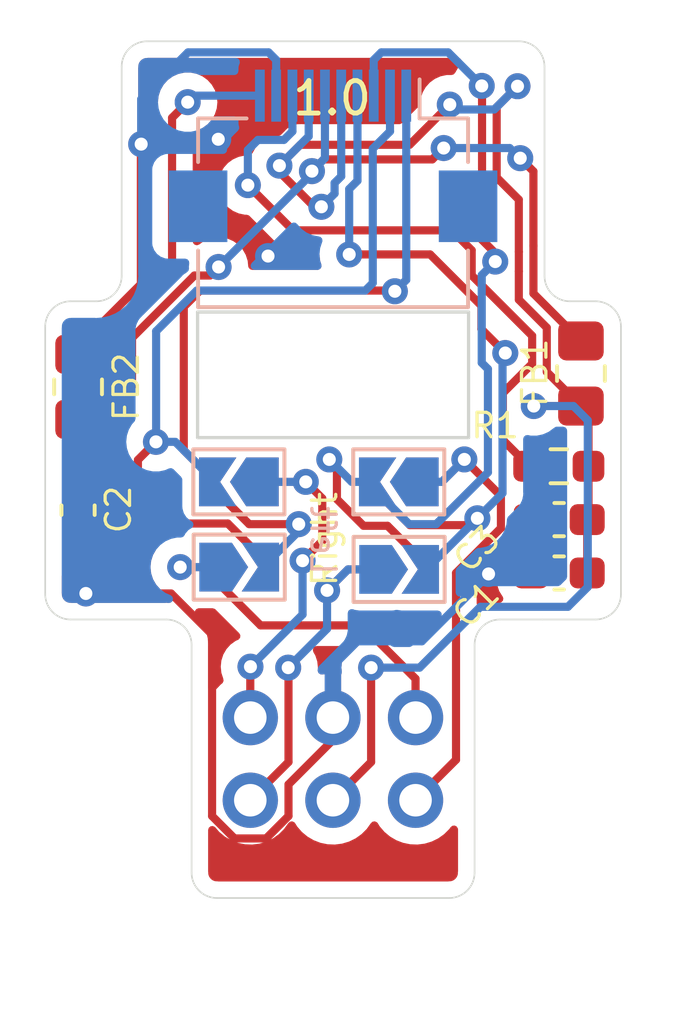
<source format=kicad_pcb>
(kicad_pcb (version 20211014) (generator pcbnew)
  (layers (0 "F.Cu" signal) (31 "B.Cu" signal) (34 "B.Paste" user) (35 "F.Paste" user) (36 "B.SilkS" user "B.Silkscreen") (37 "F.SilkS" user "F.Silkscreen") (38 "B.Mask" user) (39 "F.Mask" user) (44 "Edge.Cuts" user))
  (property "Revision" "1.0")
  (net 0 "")
  (net 1 "/L_DAT")
  (net 2 "/L_CS")
  (net 3 "/L_EIN")
  (net 4 "VDDA")
  (net 5 "+3V3")
  (net 6 "/L_EXTMODE")
  (net 7 "GND")
  (net 8 "GNDA")
  (net 9 "/L_CLK")
  (net 10 "Net-(J8-Pad1)")
  (net 11 "Net-(J8-Pad3)")
  (net 12 "Net-(J8-Pad4)")
  (net 13 "Net-(J8-Pad6)")
  (footprint "Jumper:SolderJumper-2_P1.3mm_Open_TrianglePad1.0x1.5mm" (layer "F.Cu") (at 92.88394 49.04 180)
    (fp_text reference "JP3" hide)
    (fp_text value "Jumper_2_Open" hide)
    (fp_line (start 1.4 1) (end -1.4 1) (layer "F.SilkS") (width 0.12))
    (fp_line (start 1.4 -1) (end 1.4 1) (layer "F.SilkS") (width 0.12))
    (fp_line (start -1.4 1) (end -1.4 -1) (layer "F.SilkS") (width 0.12))
    (fp_line (start -1.4 -1) (end 1.4 -1) (layer "F.SilkS") (width 0.12))
    (pad "1" smd custom locked (at -0.725 0 180) (size 0.3 0.3) (layers "F.Cu" "F.Mask") (net 11 "Net-(J8-Pad3)") (options (clearance outline) (anchor rect)) (primitives (gr_poly (pts (xy 1 0) (xy 0.5 0.75) (xy -0.5 0.75) (xy -0.5 -0.75) (xy 0.5 -0.75)) (width 0) (fill yes))))
    (pad "2" smd custom locked (at 0.725 0 180) (size 0.3 0.3) (layers "F.Cu" "F.Mask") (net 9 "/L_CLK") (options (clearance outline) (anchor rect)) (primitives (gr_poly (pts (xy 0.5 0.75) (xy -0.65 0.75) (xy -0.15 0) (xy -0.65 -0.75) (xy 0.5 -0.75)) (width 0) (fill yes))))
  )
  (footprint "Resistor_SMD:R_0603_1608Metric_Pad0.98x0.95mm_HandSolder" (layer "F.Cu") (at 102.72 48.56 180)
    (fp_text reference "R1" (at 1.96 1.25) (layer "F.SilkS") (effects (font (size 0.75 0.75) (thickness 0.1))))
    (fp_text value "10kΩ" hide)
    (fp_line (start -0.254724 -0.5225) (end 0.254724 -0.5225) (layer "F.SilkS") (width 0.12))
    (fp_line (start -0.254724 0.5225) (end 0.254724 0.5225) (layer "F.SilkS") (width 0.12))
    (pad "1" smd roundrect locked (at -0.9125 0 180) (size 0.975 0.95) (layers "F.Cu" "F.Paste" "F.Mask") (net 5 "+3V3"))
    (pad "2" smd roundrect locked (at 0.9125 0 180) (size 0.975 0.95) (layers "F.Cu" "F.Paste" "F.Mask") (net 6 "/L_EXTMODE"))
  )
  (footprint "Capacitor_SMD:C_0603_1608Metric_Pad1.08x0.95mm_HandSolder" (layer "F.Cu") (at 102.73 51.84 180)
    (fp_text reference "C1" (at 2.56 -0.97 45) (layer "F.SilkS") (effects (font (size 0.75 0.75) (thickness 0.1))))
    (fp_text value "560pF/680pF" hide)
    (fp_line (start -0.146267 0.51) (end 0.146267 0.51) (layer "F.SilkS") (width 0.12))
    (fp_line (start -0.146267 -0.51) (end 0.146267 -0.51) (layer "F.SilkS") (width 0.12))
    (pad "1" smd roundrect locked (at -0.8625 0 180) (size 1.075 0.95) (layers "F.Cu" "F.Paste" "F.Mask") (net 5 "+3V3"))
    (pad "2" smd roundrect locked (at 0.8625 0 180) (size 1.075 0.95) (layers "F.Cu" "F.Paste" "F.Mask") (net 7 "GND"))
  )
  (footprint "Capacitor_SMD:C_0603_1608Metric_Pad1.08x0.95mm_HandSolder" (layer "F.Cu") (at 87.94 49.91 90)
    (fp_text reference "C2" (at 0.02 1.24 90) (layer "F.SilkS") (effects (font (size 0.75 0.75) (thickness 0.1))))
    (fp_text value "1uF" hide)
    (fp_line (start -0.146267 0.51) (end 0.146267 0.51) (layer "F.SilkS") (width 0.12))
    (fp_line (start -0.146267 -0.51) (end 0.146267 -0.51) (layer "F.SilkS") (width 0.12))
    (pad "1" smd roundrect locked (at -0.8625 0 90) (size 1.075 0.95) (layers "F.Cu" "F.Paste" "F.Mask") (net 4 "VDDA"))
    (pad "2" smd roundrect locked (at 0.8625 0 90) (size 1.075 0.95) (layers "F.Cu" "F.Paste" "F.Mask") (net 8 "GNDA"))
  )
  (footprint "Connector_PinHeader_2.54mm:PinHeader_2x03_P2.54mm_Vertical" (layer "F.Cu") (at 98.315 56.285 -90)
    (fp_text reference "J8" hide)
    (fp_text value "Conn_01x06" hide)
    (pad "1" thru_hole circle (at 0 0 270) (size 1.7 1.7) (drill 1) (layers *.Cu *.Mask) (net 10 "Net-(J8-Pad1)"))
    (pad "2" thru_hole oval (at 0 2.54 270) (size 1.7 1.7) (drill 1) (layers *.Cu *.Mask) (net 7 "GND"))
    (pad "3" thru_hole oval (at 0 5.08 270) (size 1.7 1.7) (drill 1) (layers *.Cu *.Mask) (net 11 "Net-(J8-Pad3)"))
    (pad "4" thru_hole oval (at 2.54 0 270) (size 1.7 1.7) (drill 1) (layers *.Cu *.Mask) (net 12 "Net-(J8-Pad4)"))
    (pad "5" thru_hole oval (at 2.54 2.54 270) (size 1.7 1.7) (drill 1) (layers *.Cu *.Mask) (net 5 "+3V3"))
    (pad "6" thru_hole oval (at 2.54 5.08 270) (size 1.7 1.7) (drill 1) (layers *.Cu *.Mask) (net 13 "Net-(J8-Pad6)"))
  )
  (footprint "Capacitor_SMD:C_0603_1608Metric_Pad1.08x0.95mm_HandSolder" (layer "F.Cu") (at 102.73 50.2 180)
    (fp_text reference "C3" (at 2.53 -0.91 45) (layer "F.SilkS") (effects (font (size 0.75 0.75) (thickness 0.1))))
    (fp_text value "1uF" hide)
    (fp_line (start -0.146267 0.51) (end 0.146267 0.51) (layer "F.SilkS") (width 0.12))
    (fp_line (start -0.146267 -0.51) (end 0.146267 -0.51) (layer "F.SilkS") (width 0.12))
    (pad "1" smd roundrect locked (at -0.8625 0 180) (size 1.075 0.95) (layers "F.Cu" "F.Paste" "F.Mask") (net 5 "+3V3"))
    (pad "2" smd roundrect locked (at 0.8625 0 180) (size 1.075 0.95) (layers "F.Cu" "F.Paste" "F.Mask") (net 7 "GND"))
  )
  (footprint "Jumper:SolderJumper-2_P1.3mm_Open_TrianglePad1.0x1.5mm" (layer "F.Cu") (at 92.89394 51.66)
    (fp_text reference "JP4" hide)
    (fp_text value "Jumper_2_Open" hide)
    (fp_line (start -1.4 -1) (end 1.4 -1) (layer "F.SilkS") (width 0.12))
    (fp_line (start 1.4 -1) (end 1.4 1) (layer "F.SilkS") (width 0.12))
    (fp_line (start 1.4 1) (end -1.4 1) (layer "F.SilkS") (width 0.12))
    (fp_line (start -1.4 1) (end -1.4 -1) (layer "F.SilkS") (width 0.12))
    (pad "1" smd custom locked (at -0.725 0) (size 0.3 0.3) (layers "F.Cu" "F.Mask") (net 10 "Net-(J8-Pad1)") (options (clearance outline) (anchor rect)) (primitives (gr_poly (pts (xy 1 0) (xy 0.5 0.75) (xy -0.5 0.75) (xy -0.5 -0.75) (xy 0.5 -0.75)) (width 0) (fill yes))))
    (pad "2" smd custom locked (at 0.725 0) (size 0.3 0.3) (layers "F.Cu" "F.Mask") (net 1 "/L_DAT") (options (clearance outline) (anchor rect)) (primitives (gr_poly (pts (xy 0.5 0.75) (xy -0.65 0.75) (xy -0.15 0) (xy -0.65 -0.75) (xy 0.5 -0.75)) (width 0) (fill yes))))
  )
  (footprint "Jumper:SolderJumper-2_P1.3mm_Open_TrianglePad1.0x1.5mm" (layer "F.Cu") (at 97.8 49.04 180)
    (fp_text reference "JP2" hide)
    (fp_text value "Jumper_2_Open" hide)
    (fp_line (start 1.4 -1) (end 1.4 1) (layer "F.SilkS") (width 0.12))
    (fp_line (start -1.4 -1) (end 1.4 -1) (layer "F.SilkS") (width 0.12))
    (fp_line (start 1.4 1) (end -1.4 1) (layer "F.SilkS") (width 0.12))
    (fp_line (start -1.4 1) (end -1.4 -1) (layer "F.SilkS") (width 0.12))
    (pad "1" smd custom locked (at -0.725 0 180) (size 0.3 0.3) (layers "F.Cu" "F.Mask") (net 12 "Net-(J8-Pad4)") (options (clearance outline) (anchor rect)) (primitives (gr_poly (pts (xy 1 0) (xy 0.5 0.75) (xy -0.5 0.75) (xy -0.5 -0.75) (xy 0.5 -0.75)) (width 0) (fill yes))))
    (pad "2" smd custom locked (at 0.725 0 180) (size 0.3 0.3) (layers "F.Cu" "F.Mask") (net 3 "/L_EIN") (options (clearance outline) (anchor rect)) (primitives (gr_poly (pts (xy 0.5 0.75) (xy -0.65 0.75) (xy -0.15 0) (xy -0.65 -0.75) (xy 0.5 -0.75)) (width 0) (fill yes))))
  )
  (footprint "Jumper:SolderJumper-2_P1.3mm_Open_TrianglePad1.0x1.5mm" (layer "F.Cu") (at 97.81 51.73)
    (fp_text reference "JP1" hide)
    (fp_text value "Jumper_2_Open" hide)
    (fp_line (start 1.4 1) (end -1.4 1) (layer "F.SilkS") (width 0.12))
    (fp_line (start -1.4 1) (end -1.4 -1) (layer "F.SilkS") (width 0.12))
    (fp_line (start -1.4 -1) (end 1.4 -1) (layer "F.SilkS") (width 0.12))
    (fp_line (start 1.4 -1) (end 1.4 1) (layer "F.SilkS") (width 0.12))
    (pad "1" smd custom locked (at -0.725 0) (size 0.3 0.3) (layers "F.Cu" "F.Mask") (net 13 "Net-(J8-Pad6)") (options (clearance outline) (anchor rect)) (primitives (gr_poly (pts (xy 1 0) (xy 0.5 0.75) (xy -0.5 0.75) (xy -0.5 -0.75) (xy 0.5 -0.75)) (width 0) (fill yes))))
    (pad "2" smd custom locked (at 0.725 0) (size 0.3 0.3) (layers "F.Cu" "F.Mask") (net 2 "/L_CS") (options (clearance outline) (anchor rect)) (primitives (gr_poly (pts (xy 0.5 0.75) (xy -0.65 0.75) (xy -0.15 0) (xy -0.65 -0.75) (xy 0.5 -0.75)) (width 0) (fill yes))))
  )
  (footprint "Resistor_SMD:R_0805_2012Metric_Pad1.20x1.40mm_HandSolder" (layer "F.Cu") (at 87.94 46.12 90)
    (fp_text reference "FB2" (at 0 1.48 90) (layer "F.SilkS") (effects (font (size 0.75 0.75) (thickness 0.1))))
    (fp_text value "Ferrite_Bead" hide)
    (fp_line (start -0.227064 -0.735) (end 0.227064 -0.735) (layer "F.SilkS") (width 0.12))
    (fp_line (start -0.227064 0.735) (end 0.227064 0.735) (layer "F.SilkS") (width 0.12))
    (pad "1" smd roundrect locked (at -1 0 90) (size 1.2 1.4) (layers "F.Cu" "F.Paste" "F.Mask") (roundrect_rratio 0.2083333333) (net 8 "GNDA"))
    (pad "2" smd roundrect locked (at 1 0 90) (size 1.2 1.4) (layers "F.Cu" "F.Paste" "F.Mask") (roundrect_rratio 0.2083333333) (net 7 "GND"))
  )
  (footprint "Resistor_SMD:R_0805_2012Metric_Pad1.20x1.40mm_HandSolder" (layer "F.Cu") (at 103.4 45.71 -90)
    (fp_text reference "FB1" (at -0.02 1.42 90) (layer "F.SilkS") (effects (font (size 0.75 0.75) (thickness 0.1))))
    (fp_text value "Ferrite_Bead" hide)
    (fp_line (start -0.227064 0.735) (end 0.227064 0.735) (layer "F.SilkS") (width 0.12))
    (fp_line (start -0.227064 -0.735) (end 0.227064 -0.735) (layer "F.SilkS") (width 0.12))
    (pad "1" smd roundrect locked (at -1 0 270) (size 1.2 1.4) (layers "F.Cu" "F.Paste" "F.Mask") (roundrect_rratio 0.2083333333) (net 4 "VDDA"))
    (pad "2" smd roundrect locked (at 1 0 270) (size 1.2 1.4) (layers "F.Cu" "F.Paste" "F.Mask") (roundrect_rratio 0.2083333333) (net 5 "+3V3"))
  )
  (footprint "Jumper:SolderJumper-2_P1.3mm_Open_TrianglePad1.0x1.5mm" (layer "B.Cu") (at 97.8 49.04 180)
    (fp_text reference "JP6" hide)
    (fp_text value "Jumper_2_Open" hide)
    (fp_line (start -1.4 -1) (end -1.4 1) (layer "B.SilkS") (width 0.12))
    (fp_line (start -1.4 1) (end 1.4 1) (layer "B.SilkS") (width 0.12))
    (fp_line (start 1.4 1) (end 1.4 -1) (layer "B.SilkS") (width 0.12))
    (fp_line (start 1.4 -1) (end -1.4 -1) (layer "B.SilkS") (width 0.12))
    (pad "1" smd custom locked (at -0.725 0 180) (size 0.3 0.3) (layers "B.Cu" "B.Mask") (net 12 "Net-(J8-Pad4)") (options (clearance outline) (anchor rect)) (primitives (gr_poly (pts (xy 1 0) (xy 0.5 0.75) (xy -0.5 0.75) (xy -0.5 -0.75) (xy 0.5 -0.75)) (width 0) (fill yes))))
    (pad "2" smd custom locked (at 0.725 0 180) (size 0.3 0.3) (layers "B.Cu" "B.Mask") (net 2 "/L_CS") (options (clearance outline) (anchor rect)) (primitives (gr_poly (pts (xy 0.5 0.75) (xy -0.65 0.75) (xy -0.15 0) (xy -0.65 -0.75) (xy 0.5 -0.75)) (width 0) (fill yes))))
  )
  (footprint "Connector_FFC-FPC:Hirose_FH12-10S-0.5SH_1x10-1MP_P0.50mm_Horizontal" (layer "B.Cu") (at 95.78 39.17 180)
    (fp_text reference "J7" hide)
    (fp_text value "FH12-10S-0.5SH" hide)
    (fp_line (start -2.66 1.3) (end -2.66 2.5) (layer "B.SilkS") (width 0.12))
    (fp_line (start -4.15 -4.5) (end 4.15 -4.5) (layer "B.SilkS") (width 0.12))
    (fp_line (start 2.66 1.3) (end 4.15 1.3) (layer "B.SilkS") (width 0.12))
    (fp_line (start 4.15 -4.5) (end 4.15 -2.76) (layer "B.SilkS") (width 0.12))
    (fp_line (start -2.66 1.3) (end -4.15 1.3) (layer "B.SilkS") (width 0.12))
    (fp_line (start -4.15 -2.76) (end -4.15 -4.5) (layer "B.SilkS") (width 0.12))
    (fp_line (start -4.15 1.3) (end -4.15 -0.04) (layer "B.SilkS") (width 0.12))
    (fp_line (start 4.15 1.3) (end 4.15 -0.04) (layer "B.SilkS") (width 0.12))
    (pad "1" smd rect (at -2.25 2 180) (size 0.3 1.6) (layers "B.Cu" "B.Paste" "B.Mask") (net 9 "/L_CLK"))
    (pad "2" smd rect (at -1.75 2 180) (size 0.3 1.6) (layers "B.Cu" "B.Paste" "B.Mask") (net 1 "/L_DAT"))
    (pad "3" smd rect (at -1.25 2 180) (size 0.3 1.6) (layers "B.Cu" "B.Paste" "B.Mask") (net 2 "/L_CS"))
    (pad "4" smd rect (at -0.75 2 180) (size 0.3 1.6) (layers "B.Cu" "B.Paste" "B.Mask") (net 3 "/L_EIN"))
    (pad "5" smd rect (at -0.25 2 180) (size 0.3 1.6) (layers "B.Cu" "B.Paste" "B.Mask") (net 5 "+3V3"))
    (pad "6" smd rect (at 0.25 2 180) (size 0.3 1.6) (layers "B.Cu" "B.Paste" "B.Mask") (net 4 "VDDA"))
    (pad "7" smd rect (at 0.75 2 180) (size 0.3 1.6) (layers "B.Cu" "B.Paste" "B.Mask") (net 5 "+3V3"))
    (pad "8" smd rect (at 1.25 2 180) (size 0.3 1.6) (layers "B.Cu" "B.Paste" "B.Mask") (net 6 "/L_EXTMODE"))
    (pad "9" smd rect (at 1.75 2 180) (size 0.3 1.6) (layers "B.Cu" "B.Paste" "B.Mask") (net 7 "GND"))
    (pad "10" smd rect (at 2.25 2 180) (size 0.3 1.6) (layers "B.Cu" "B.Paste" "B.Mask") (net 8 "GNDA"))
    (pad "MP" smd rect (at 4.15 -1.4 180) (size 1.8 2.2) (layers "B.Cu" "B.Paste" "B.Mask"))
    (pad "MP" smd rect (at -4.15 -1.4 180) (size 1.8 2.2) (layers "B.Cu" "B.Paste" "B.Mask"))
  )
  (footprint "Jumper:SolderJumper-2_P1.3mm_Open_TrianglePad1.0x1.5mm" (layer "B.Cu") (at 92.89394 51.66)
    (fp_text reference "JP8" hide)
    (fp_text value "Jumper_2_Open" hide)
    (fp_line (start 1.4 1) (end 1.4 -1) (layer "B.SilkS") (width 0.12))
    (fp_line (start 1.4 -1) (end -1.4 -1) (layer "B.SilkS") (width 0.12))
    (fp_line (start -1.4 1) (end 1.4 1) (layer "B.SilkS") (width 0.12))
    (fp_line (start -1.4 -1) (end -1.4 1) (layer "B.SilkS") (width 0.12))
    (pad "1" smd custom locked (at -0.725 0) (size 0.3 0.3) (layers "B.Cu" "B.Mask") (net 10 "Net-(J8-Pad1)") (options (clearance outline) (anchor rect)) (primitives (gr_poly (pts (xy 1 0) (xy 0.5 0.75) (xy -0.5 0.75) (xy -0.5 -0.75) (xy 0.5 -0.75)) (width 0) (fill yes))))
    (pad "2" smd custom locked (at 0.725 0) (size 0.3 0.3) (layers "B.Cu" "B.Mask") (net 9 "/L_CLK") (options (clearance outline) (anchor rect)) (primitives (gr_poly (pts (xy 0.5 0.75) (xy -0.65 0.75) (xy -0.15 0) (xy -0.65 -0.75) (xy 0.5 -0.75)) (width 0) (fill yes))))
  )
  (footprint "Jumper:SolderJumper-2_P1.3mm_Open_TrianglePad1.0x1.5mm" (layer "B.Cu") (at 97.81 51.73)
    (fp_text reference "JP5" hide)
    (fp_text value "Jumper_2_Open" hide)
    (fp_line (start -1.4 -1) (end -1.4 1) (layer "B.SilkS") (width 0.12))
    (fp_line (start 1.4 1) (end 1.4 -1) (layer "B.SilkS") (width 0.12))
    (fp_line (start 1.4 -1) (end -1.4 -1) (layer "B.SilkS") (width 0.12))
    (fp_line (start -1.4 1) (end 1.4 1) (layer "B.SilkS") (width 0.12))
    (pad "1" smd custom locked (at -0.725 0) (size 0.3 0.3) (layers "B.Cu" "B.Mask") (net 13 "Net-(J8-Pad6)") (options (clearance outline) (anchor rect)) (primitives (gr_poly (pts (xy 1 0) (xy 0.5 0.75) (xy -0.5 0.75) (xy -0.5 -0.75) (xy 0.5 -0.75)) (width 0) (fill yes))))
    (pad "2" smd custom locked (at 0.725 0) (size 0.3 0.3) (layers "B.Cu" "B.Mask") (net 3 "/L_EIN") (options (clearance outline) (anchor rect)) (primitives (gr_poly (pts (xy 0.5 0.75) (xy -0.65 0.75) (xy -0.15 0) (xy -0.65 -0.75) (xy 0.5 -0.75)) (width 0) (fill yes))))
  )
  (footprint "Jumper:SolderJumper-2_P1.3mm_Open_TrianglePad1.0x1.5mm" (layer "B.Cu") (at 92.88394 49.04 180)
    (fp_text reference "JP7" hide)
    (fp_text value "Jumper_2_Open" hide)
    (fp_line (start 1.4 1) (end 1.4 -1) (layer "B.SilkS") (width 0.12))
    (fp_line (start -1.4 -1) (end -1.4 1) (layer "B.SilkS") (width 0.12))
    (fp_line (start 1.4 -1) (end -1.4 -1) (layer "B.SilkS") (width 0.12))
    (fp_line (start -1.4 1) (end 1.4 1) (layer "B.SilkS") (width 0.12))
    (pad "1" smd custom locked (at -0.725 0 180) (size 0.3 0.3) (layers "B.Cu" "B.Mask") (net 11 "Net-(J8-Pad3)") (options (clearance outline) (anchor rect)) (primitives (gr_poly (pts (xy 1 0) (xy 0.5 0.75) (xy -0.5 0.75) (xy -0.5 -0.75) (xy 0.5 -0.75)) (width 0) (fill yes))))
    (pad "2" smd custom locked (at 0.725 0 180) (size 0.3 0.3) (layers "B.Cu" "B.Mask") (net 1 "/L_DAT") (options (clearance outline) (anchor rect)) (primitives (gr_poly (pts (xy 0.5 0.75) (xy -0.65 0.75) (xy -0.15 0) (xy -0.65 -0.75) (xy 0.5 -0.75)) (width 0) (fill yes))))
  )
  (gr_line (start 103.85 53.27) (end 102.21 53.27) (layer "Edge.Cuts") (width 0.05))
  (gr_line (start 91.43 54.05) (end 91.43 61.05) (layer "Edge.Cuts") (width 0.05))
  (gr_line (start 99.945 43.82) (end 91.615 43.82) (layer "Edge.Cuts") (width 0.1))
  (gr_arc (start 89.28 42.71) (mid 89.051543 43.261543) (end 88.5 43.49) (layer "Edge.Cuts") (width 0.05))
  (gr_line (start 102.28 42.71) (end 102.28 36.28) (layer "Edge.Cuts") (width 0.05))
  (gr_arc (start 100.13 54.05) (mid 100.358457 53.498457) (end 100.91 53.27) (layer "Edge.Cuts") (width 0.05))
  (gr_arc (start 101.5 35.5) (mid 102.051543 35.728457) (end 102.28 36.28) (layer "Edge.Cuts") (width 0.05))
  (gr_line (start 100.13 61.05) (end 100.13 54.05) (layer "Edge.Cuts") (width 0.05))
  (gr_line (start 90.65 53.27) (end 87.71 53.27) (layer "Edge.Cuts") (width 0.05))
  (gr_arc (start 86.93 44.27) (mid 87.158457 43.718457) (end 87.71 43.49) (layer "Edge.Cuts") (width 0.05))
  (gr_arc (start 90.65 53.27) (mid 91.201543 53.498457) (end 91.43 54.05) (layer "Edge.Cuts") (width 0.05))
  (gr_arc (start 89.28 36.28) (mid 89.508457 35.728457) (end 90.06 35.5) (layer "Edge.Cuts") (width 0.05))
  (gr_line (start 89.28 37.63) (end 89.28 36.28) (layer "Edge.Cuts") (width 0.05))
  (gr_arc (start 100.13 61.05) (mid 99.901543 61.601543) (end 99.35 61.83) (layer "Edge.Cuts") (width 0.05))
  (gr_line (start 87.71 43.49) (end 88.5 43.49) (layer "Edge.Cuts") (width 0.05))
  (gr_line (start 91.615 47.68) (end 99.945 47.68) (layer "Edge.Cuts") (width 0.1))
  (gr_arc (start 103.85 43.49) (mid 104.401543 43.718457) (end 104.63 44.27) (layer "Edge.Cuts") (width 0.05))
  (gr_line (start 104.63 44.27) (end 104.63 52.49) (layer "Edge.Cuts") (width 0.05))
  (gr_line (start 86.93 44.27) (end 86.93 52.49) (layer "Edge.Cuts") (width 0.05))
  (gr_line (start 103.06 43.49) (end 103.85 43.49) (layer "Edge.Cuts") (width 0.05))
  (gr_line (start 99.35 61.83) (end 92.21 61.83) (layer "Edge.Cuts") (width 0.05))
  (gr_line (start 89.28 37.63) (end 89.28 42.71) (layer "Edge.Cuts") (width 0.05))
  (gr_arc (start 103.06 43.49) (mid 102.508457 43.261543) (end 102.28 42.71) (layer "Edge.Cuts") (width 0.05))
  (gr_arc (start 104.63 52.49) (mid 104.401543 53.041543) (end 103.85 53.27) (layer "Edge.Cuts") (width 0.05))
  (gr_line (start 91.615 43.82) (end 91.615 47.68) (layer "Edge.Cuts") (width 0.1))
  (gr_line (start 99.945 47.68) (end 99.945 43.82) (layer "Edge.Cuts") (width 0.1))
  (gr_arc (start 87.71 53.27) (mid 87.158457 53.041543) (end 86.93 52.49) (layer "Edge.Cuts") (width 0.05))
  (gr_arc (start 92.21 61.83) (mid 91.658457 61.601543) (end 91.43 61.05) (layer "Edge.Cuts") (width 0.05))
  (gr_line (start 102.21 53.27) (end 100.91 53.27) (layer "Edge.Cuts") (width 0.05))
  (gr_line (start 90.06 35.5) (end 101.5 35.5) (layer "Edge.Cuts") (width 0.05))
  (gr_text "Left" (at 95.47 50.84 -90) (layer "B.SilkS") (effects (font (size 0.75 0.75) (thickness 0.1)) (justify mirror)))
  (gr_text "${Revision}" (at 95.75 37.25) (layer "F.SilkS") (effects (font (size 1 1))))
  (gr_text "Right" (at 95.52 50.8 90) (layer "F.SilkS") (effects (font (size 0.75 0.75) (thickness 0.1))))
  (segment (start 89.78 49.9) (end 90.2 50.32) (width 0.25) (layer "F.Cu") (net 1))
  (segment (start 92.544282 50.32) (end 93.61894 51.394658) (width 0.25) (layer "F.Cu") (net 1))
  (segment (start 90.2 50.32) (end 92.544282 50.32) (width 0.25) (layer "F.Cu") (net 1))
  (segment (start 90.3345 47.81) (end 89.78 48.3645) (width 0.25) (layer "F.Cu") (net 1))
  (segment (start 89.78 48.3645) (end 89.78 49.9) (width 0.25) (layer "F.Cu") (net 1))
  (segment (start 93.61894 51.394658) (end 93.61894 51.66) (width 0.25) (layer "F.Cu") (net 1))
  (via (at 90.3345 47.81) (size 0.8) (drill 0.4) (layers "F.Cu" "B.Cu") (net 1))
  (segment (start 90.34 44.41) (end 91.59 43.16) (width 0.25) (layer "B.Cu") (net 1))
  (segment (start 90.3345 47.81) (end 90.92894 47.81) (width 0.25) (layer "B.Cu") (net 1))
  (segment (start 90.3345 47.81) (end 90.34 47.8045) (width 0.25) (layer "B.Cu") (net 1))
  (segment (start 96.77 43.16) (end 97 42.93) (width 0.25) (layer "B.Cu") (net 1))
  (segment (start 90.34 47.8045) (end 90.34 44.41) (width 0.25) (layer "B.Cu") (net 1))
  (segment (start 90.92894 47.81) (end 92.15894 49.04) (width 0.25) (layer "B.Cu") (net 1))
  (segment (start 97 42.93) (end 97 38.799022) (width 0.25) (layer "B.Cu") (net 1))
  (segment (start 97.53 38.269022) (end 97.53 37.17) (width 0.25) (layer "B.Cu") (net 1))
  (segment (start 97 38.799022) (end 97.53 38.269022) (width 0.25) (layer "B.Cu") (net 1))
  (segment (start 91.59 43.16) (end 96.77 43.16) (width 0.25) (layer "B.Cu") (net 1))
  (segment (start 98.535 51.47106) (end 97.45394 50.39) (width 0.25) (layer "F.Cu") (net 2))
  (segment (start 95.897971 49.571911) (end 95.897971 48.584881) (width 0.25) (layer "F.Cu") (net 2))
  (segment (start 100.36 41.604282) (end 100.36 36.88) (width 0.25) (layer "F.Cu") (net 2))
  (segment (start 100.76598 42.269502) (end 100.76598 42.010262) (width 0.25) (layer "F.Cu") (net 2))
  (segment (start 95.897971 48.584881) (end 95.663778 48.350688) (width 0.25) (layer "F.Cu") (net 2))
  (segment (start 100.36 36.88) (end 100.35 36.87) (width 0.25) (layer "F.Cu") (net 2))
  (segment (start 96.71606 50.39) (end 95.897971 49.571911) (width 0.25) (layer "F.Cu") (net 2))
  (segment (start 97.45394 50.39) (end 96.71606 50.39) (width 0.25) (layer "F.Cu") (net 2))
  (segment (start 100.76598 42.010262) (end 100.36 41.604282) (width 0.25) (layer "F.Cu") (net 2))
  (segment (start 98.535 51.73) (end 98.535 51.47106) (width 0.25) (layer "F.Cu") (net 2))
  (via (at 100.35 36.87) (size 0.8) (drill 0.4) (layers "F.Cu" "B.Cu") (net 2))
  (via (at 95.663778 48.350688) (size 0.8) (drill 0.4) (layers "F.Cu" "B.Cu") (net 2))
  (via (at 100.76598 42.269502) (size 0.8) (drill 0.4) (layers "F.Cu" "B.Cu") (net 2))
  (segment (start 97.260978 35.84) (end 99.32 35.84) (width 0.25) (layer "B.Cu") (net 2))
  (segment (start 100.54 45.570114) (end 100.54 48.75) (width 0.25) (layer "B.Cu") (net 2))
  (segment (start 100.76598 42.269502) (end 100.349989 42.685493) (width 0.25) (layer "B.Cu") (net 2))
  (segment (start 100.349989 42.685493) (end 100.349989 45.380103) (width 0.25) (layer "B.Cu") (net 2))
  (segment (start 97.075 49.29894) (end 97.075 49.04) (width 0.25) (layer "B.Cu") (net 2))
  (segment (start 97.075 49.04) (end 96.35309 49.04) (width 0.25) (layer "B.Cu") (net 2))
  (segment (start 99.32 35.84) (end 100.35 36.87) (width 0.25) (layer "B.Cu") (net 2))
  (segment (start 100.349989 45.380103) (end 100.54 45.570114) (width 0.25) (layer "B.Cu") (net 2))
  (segment (start 97.03 37.17) (end 97.03 36.070978) (width 0.25) (layer "B.Cu") (net 2))
  (segment (start 98.95 50.34) (end 98.11606 50.34) (width 0.25) (layer "B.Cu") (net 2))
  (segment (start 100.54 48.75) (end 98.95 50.34) (width 0.25) (layer "B.Cu") (net 2))
  (segment (start 96.35309 49.04) (end 95.663778 48.350688) (width 0.25) (layer "B.Cu") (net 2))
  (segment (start 98.11606 50.34) (end 97.075 49.29894) (width 0.25) (layer "B.Cu") (net 2))
  (segment (start 97.03 36.070978) (end 97.260978 35.84) (width 0.25) (layer "B.Cu") (net 2))
  (segment (start 101.0745 45.08) (end 100.34 44.3455) (width 0.25) (layer "F.Cu") (net 3))
  (segment (start 100.34 44.3455) (end 100.34 43.625718) (width 0.25) (layer "F.Cu") (net 3))
  (segment (start 98.14 50.37) (end 97.075 49.305) (width 0.25) (layer "F.Cu") (net 3))
  (segment (start 100.2155 50.16) (end 100.0055 50.37) (width 0.25) (layer "F.Cu") (net 3))
  (segment (start 98.764282 42.05) (end 96.2755 42.05) (width 0.25) (layer "F.Cu") (net 3))
  (segment (start 97.075 49.305) (end 97.075 49.04) (width 0.25) (layer "F.Cu") (net 3))
  (segment (start 100.34 43.625718) (end 98.764282 42.05) (width 0.25) (layer "F.Cu") (net 3))
  (segment (start 100.0055 50.37) (end 98.14 50.37) (width 0.25) (layer "F.Cu") (net 3))
  (via (at 101.0745 45.08) (size 0.8) (drill 0.4) (layers "F.Cu" "B.Cu") (net 3))
  (via (at 96.2755 42.05) (size 0.8) (drill 0.4) (layers "F.Cu" "B.Cu") (net 3))
  (via (at 100.2155 50.16) (size 0.8) (drill 0.4) (layers "F.Cu" "B.Cu") (net 3))
  (segment (start 100.98952 45.16498) (end 101.0745 45.08) (width 0.25) (layer "B.Cu") (net 3))
  (segment (start 98.6455 51.73) (end 98.535 51.73) (width 0.25) (layer "B.Cu") (net 3))
  (segment (start 100.2155 50.16) (end 100.98952 49.38598) (width 0.25) (layer "B.Cu") (net 3))
  (segment (start 96.2755 42.05) (end 96.2755 40.040218) (width 0.25) (layer "B.Cu") (net 3))
  (segment (start 96.53 39.785718) (end 96.53 37.17) (width 0.25) (layer "B.Cu") (net 3))
  (segment (start 96.2755 40.040218) (end 96.53 39.785718) (width 0.25) (layer "B.Cu") (net 3))
  (segment (start 100.2155 50.16) (end 98.6455 51.73) (width 0.25) (layer "B.Cu") (net 3))
  (segment (start 100.98952 49.38598) (end 100.98952 45.16498) (width 0.25) (layer "B.Cu") (net 3))
  (segment (start 89.11 49.6025) (end 87.94 50.7725) (width 0.25) (layer "F.Cu") (net 4))
  (segment (start 95.13 39.49) (end 95.49048 39.12952) (width 0.25) (layer "F.Cu") (net 4))
  (segment (start 101.940011 41.783202) (end 101.940011 43.250011) (width 0.25) (layer "F.Cu") (net 4))
  (segment (start 91.516198 42.698084) (end 89.59952 44.614762) (width 0.25) (layer "F.Cu") (net 4))
  (segment (start 101.93952 41.78271) (end 101.940011 41.783202) (width 0.25) (layer "F.Cu") (net 4))
  (segment (start 101.940011 43.250011) (end 103.4 44.71) (width 0.25) (layer "F.Cu") (net 4))
  (segment (start 95.49048 39.12952) (end 98.83048 39.12952) (width 0.25) (layer "F.Cu") (net 4))
  (segment (start 89.59952 46.096198) (end 89.11 46.585718) (width 0.25) (layer "F.Cu") (net 4))
  (segment (start 98.83048 39.12952) (end 99.18 38.78) (width 0.25) (layer "F.Cu") (net 4))
  (segment (start 89.11 46.585718) (end 89.11 49.6025) (width 0.25) (layer "F.Cu") (net 4))
  (segment (start 101.53402 39.091357) (end 101.93952 39.496857) (width 0.25) (layer "F.Cu") (net 4))
  (segment (start 91.997416 42.698084) (end 91.516198 42.698084) (width 0.25) (layer "F.Cu") (net 4))
  (segment (start 92.26 42.4355) (end 91.997416 42.698084) (width 0.25) (layer "F.Cu") (net 4))
  (segment (start 101.93952 39.496857) (end 101.93952 41.78271) (width 0.25) (layer "F.Cu") (net 4))
  (segment (start 89.59952 44.614762) (end 89.59952 46.096198) (width 0.25) (layer "F.Cu") (net 4))
  (via (at 101.53402 39.091357) (size 0.8) (drill 0.4) (layers "F.Cu" "B.Cu") (net 4))
  (via (at 99.18 38.78) (size 0.8) (drill 0.4) (layers "F.Cu" "B.Cu") (net 4))
  (via (at 95.13 39.49) (size 0.8) (drill 0.4) (layers "F.Cu" "B.Cu") (net 4))
  (via (at 92.26 42.4355) (size 0.8) (drill 0.4) (layers "F.Cu" "B.Cu") (net 4))
  (segment (start 95.13 39.5655) (end 95.13 39.49) (width 0.25) (layer "B.Cu") (net 4))
  (segment (start 101.521357 39.091357) (end 101.21 38.78) (width 0.25) (layer "B.Cu") (net 4))
  (segment (start 92.26 42.4355) (end 95.13 39.5655) (width 0.25) (layer "B.Cu") (net 4))
  (segment (start 101.53402 39.091357) (end 101.521357 39.091357) (width 0.25) (layer "B.Cu") (net 4))
  (segment (start 95.53 39.09) (end 95.53 37.17) (width 0.25) (layer "B.Cu") (net 4))
  (segment (start 95.13 39.49) (end 95.53 39.09) (width 0.25) (layer "B.Cu") (net 4))
  (segment (start 101.21 38.78) (end 99.18 38.78) (width 0.25) (layer "B.Cu") (net 4))
  (segment (start 98.132697 38.68) (end 99.368201 37.444496) (width 0.25) (layer "F.Cu") (net 5))
  (segment (start 101.49 41.968908) (end 101.490491 41.969399) (width 0.25) (layer "F.Cu") (net 5))
  (segment (start 101.49 40.364614) (end 101.49 41.968908) (width 0.25) (layer "F.Cu") (net 5))
  (segment (start 102.35 44.3) (end 102.35 45.66) (width 0.25) (layer "F.Cu") (net 5))
  (segment (start 103.6325 50.16) (end 103.5925 50.2) (width 0.25) (layer "F.Cu") (net 5))
  (segment (start 95.42 40.5855) (end 95.200886 40.5855) (width 0.25) (layer "F.Cu") (net 5))
  (segment (start 100.80952 39.684134) (end 101.49 40.364614) (width 0.25) (layer "F.Cu") (net 5))
  (segment (start 94.13 39.514614) (end 94.13 39.32) (width 0.25) (layer "F.Cu") (net 5))
  (segment (start 95.775 58.825) (end 96.949511 57.650489) (width 0.25) (layer "F.Cu") (net 5))
  (segment (start 103.6325 46.9425) (end 103.4 46.71) (width 0.25) (layer "F.Cu") (net 5))
  (segment (start 101.490491 42.569605) (end 101.49 42.570096) (width 0.25) (layer "F.Cu") (net 5))
  (segment (start 100.80952 37.52048) (end 100.80952 39.684134) (width 0.25) (layer "F.Cu") (net 5))
  (segment (start 101.49 42.570096) (end 101.49 43.44) (width 0.25) (layer "F.Cu") (net 5))
  (segment (start 103.5925 51.84) (end 103.5925 50.2) (width 0.25) (layer "F.Cu") (net 5))
  (segment (start 102.35 45.66) (end 103.4 46.71) (width 0.25) (layer "F.Cu") (net 5))
  (segment (start 103.4 46.71) (end 101.95 46.71) (width 0.25) (layer "F.Cu") (net 5))
  (segment (start 101.490491 41.969399) (end 101.490491 42.569605) (width 0.25) (layer "F.Cu") (net 5))
  (segment (start 94.13 39.32) (end 94.77 38.68) (width 0.25) (layer "F.Cu") (net 5))
  (segment (start 101.45 36.88) (end 100.80952 37.52048) (width 0.25) (layer "F.Cu") (net 5))
  (segment (start 103.6325 48.56) (end 103.6325 50.16) (width 0.25) (layer "F.Cu") (net 5))
  (segment (start 103.6325 48.56) (end 103.6325 46.9425) (width 0.25) (layer "F.Cu") (net 5))
  (segment (start 96.949511 57.650489) (end 96.949511 54.749511) (width 0.25) (layer "F.Cu") (net 5))
  (segment (start 101.49 43.44) (end 102.35 44.3) (width 0.25) (layer "F.Cu") (net 5))
  (segment (start 95.200886 40.5855) (end 94.13 39.514614) (width 0.25) (layer "F.Cu") (net 5))
  (segment (start 94.77 38.68) (end 98.132697 38.68) (width 0.25) (layer "F.Cu") (net 5))
  (via (at 101.45 36.88) (size 0.8) (drill 0.4) (layers "F.Cu" "B.Cu") (net 5))
  (via (at 96.949511 54.749511) (size 0.8) (drill 0.4) (layers "F.Cu" "B.Cu") (net 5))
  (via (at 94.13 39.32) (size 0.8) (drill 0.4) (layers "F.Cu" "B.Cu") (net 5))
  (via (at 95.42 40.5855) (size 0.8) (drill 0.4) (layers "F.Cu" "B.Cu") (net 5))
  (via (at 101.95 46.71) (size 0.8) (drill 0.4) (layers "F.Cu" "B.Cu") (net 5))
  (via (at 99.368201 37.444496) (size 0.8) (drill 0.4) (layers "F.Cu" "B.Cu") (net 5))
  (segment (start 101.45 36.88) (end 100.735489 37.594511) (width 0.25) (layer "B.Cu") (net 5))
  (segment (start 103 52.88) (end 100.31 52.88) (width 0.25) (layer "B.Cu") (net 5))
  (segment (start 95.82598 40.17952) (end 95.82598 39.85402) (width 0.25) (layer "B.Cu") (net 5))
  (segment (start 94.13 39.32) (end 95.03 38.42) (width 0.25) (layer "B.Cu") (net 5))
  (segment (start 96.03 39.65) (end 96.03 37.32) (width 0.25) (layer "B.Cu") (net 5))
  (segment (start 95.03 38.42) (end 95.03 37.17) (width 0.25) (layer "B.Cu") (net 5))
  (segment (start 98.440489 54.749511) (end 96.949511 54.749511) (width 0.25) (layer "B.Cu") (net 5))
  (segment (start 95.42 40.5855) (end 95.82598 40.17952) (width 0.25) (layer "B.Cu") (net 5))
  (segment (start 103.61 52.27) (end 103 52.88) (width 0.25) (layer "B.Cu") (net 5))
  (segment (start 95.82598 39.85402) (end 96.03 39.65) (width 0.25) (layer "B.Cu") (net 5))
  (segment (start 100.31 52.88) (end 98.440489 54.749511) (width 0.25) (layer "B.Cu") (net 5))
  (segment (start 103.61 47.15) (end 103.17 46.71) (width 0.25) (layer "B.Cu") (net 5))
  (segment (start 100.735489 37.594511) (end 99.518216 37.594511) (width 0.25) (layer "B.Cu") (net 5))
  (segment (start 103.17 46.71) (end 101.95 46.71) (width 0.25) (layer "B.Cu") (net 5))
  (segment (start 99.518216 37.594511) (end 99.368201 37.444496) (width 0.25) (layer "B.Cu") (net 5))
  (segment (start 103.61 47.15) (end 103.61 52.27) (width 0.25) (layer "B.Cu") (net 5))
  (segment (start 101.90048 45.40952) (end 101 46.31) (width 0.25) (layer "F.Cu") (net 6))
  (segment (start 93.16 39.92) (end 94.55 41.31) (width 0.25) (layer "F.Cu") (net 6))
  (segment (start 101.90048 44.55048) (end 101.90048 45.40952) (width 0.25) (layer "F.Cu") (net 6))
  (segment (start 100.041469 42.691469) (end 101.90048 44.55048) (width 0.25) (layer "F.Cu") (net 6))
  (segment (start 94.55 41.31) (end 99.43 41.31) (width 0.25) (layer "F.Cu") (net 6))
  (segment (start 101 47.7525) (end 101.8075 48.56) (width 0.25) (layer "F.Cu") (net 6))
  (segment (start 99.43 41.31) (end 100.041469 41.921469) (width 0.25) (layer "F.Cu") (net 6))
  (segment (start 100.041469 41.921469) (end 100.041469 42.691469) (width 0.25) (layer "F.Cu") (net 6))
  (segment (start 101 46.31) (end 101 47.7525) (width 0.25) (layer "F.Cu") (net 6))
  (via (at 93.16 39.92) (size 0.8) (drill 0.4) (layers "F.Cu" "B.Cu") (net 6))
  (segment (start 93.16 38.84) (end 93.47 38.53) (width 0.25) (layer "B.Cu") (net 6))
  (segment (start 93.16 39.92) (end 93.16 38.84) (width 0.25) (layer "B.Cu") (net 6))
  (segment (start 94.53 38.269022) (end 94.53 37.17) (width 0.25) (layer "B.Cu") (net 6))
  (segment (start 94.269022 38.53) (end 94.53 38.269022) (width 0.25) (layer "B.Cu") (net 6))
  (segment (start 93.47 38.53) (end 94.269022 38.53) (width 0.25) (layer "B.Cu") (net 6))
  (segment (start 94.409511 58.338501) (end 95.775 56.973012) (width 0.25) (layer "F.Cu") (net 7))
  (segment (start 87.94 44.894282) (end 87.94 45.12) (width 0.25) (layer "F.Cu") (net 7))
  (segment (start 101.8675 51.84) (end 101.8675 50.2) (width 0.25) (layer "F.Cu") (net 7))
  (segment (start 89.88 38.66) (end 89.87 38.67) (width 0.25) (layer "F.Cu") (net 7))
  (segment (start 92.060489 59.311499) (end 92.748501 59.999511) (width 0.25) (layer "F.Cu") (net 7))
  (segment (start 88.18 52.47) (end 90.8 52.47) (width 0.25) (layer "F.Cu") (net 7))
  (segment (start 92.060489 53.730489) (end 92.060489 59.311499) (width 0.25) (layer "F.Cu") (net 7))
  (segment (start 100.59 51.84) (end 101.8675 51.84) (width 0.25) (layer "F.Cu") (net 7))
  (segment (start 89.87 38.67) (end 89.87 42.964282) (width 0.25) (layer "F.Cu") (net 7))
  (segment (start 95.775 56.973012) (end 95.775 56.285) (width 0.25) (layer "F.Cu") (net 7))
  (segment (start 100.56 51.87) (end 100.59 51.84) (width 0.25) (layer "F.Cu") (net 7))
  (segment (start 92.748501 59.999511) (end 93.721499 59.999511) (width 0.25) (layer "F.Cu") (net 7))
  (segment (start 90.8 52.47) (end 92.060489 53.730489) (width 0.25) (layer "F.Cu") (net 7))
  (segment (start 93.721499 59.999511) (end 94.409511 59.311499) (width 0.25) (layer "F.Cu") (net 7))
  (segment (start 89.87 42.964282) (end 87.94 44.894282) (width 0.25) (layer "F.Cu") (net 7))
  (segment (start 94.409511 59.311499) (end 94.409511 58.338501) (width 0.25) (layer "F.Cu") (net 7))
  (via (at 89.88 38.66) (size 0.8) (drill 0.4) (layers "F.Cu" "B.Cu") (net 7))
  (via (at 92.25 38.51) (size 0.8) (drill 0.4) (layers "F.Cu" "B.Cu") (net 7))
  (via (at 88.18 52.47) (size 0.8) (drill 0.4) (layers "F.Cu" "B.Cu") (net 7))
  (via (at 93.78 42.1) (size 0.8) (drill 0.4) (layers "F.Cu" "B.Cu") (net 7))
  (via (at 100.56 51.87) (size 0.8) (drill 0.4) (layers "F.Cu" "B.Cu") (net 7))
  (segment (start 89.88 37.28) (end 91.32 35.84) (width 0.25) (layer "B.Cu") (net 7))
  (segment (start 93.799022 35.84) (end 94.03 36.070978) (width 0.25) (layer "B.Cu") (net 7))
  (segment (start 94.03 36.070978) (end 94.03 37.32) (width 0.25) (layer "B.Cu") (net 7))
  (segment (start 100.56 51.87) (end 100.56 51.89) (width 0.25) (layer "B.Cu") (net 7))
  (segment (start 100.56 51.89) (end 98.51 53.94) (width 0.25) (layer "B.Cu") (net 7))
  (segment (start 96.53 53.94) (end 95.775 54.695) (width 0.25) (layer "B.Cu") (net 7))
  (segment (start 98.51 53.94) (end 96.53 53.94) (width 0.25) (layer "B.Cu") (net 7))
  (segment (start 89.88 38.66) (end 89.88 37.28) (width 0.25) (layer "B.Cu") (net 7))
  (segment (start 91.32 35.84) (end 93.799022 35.84) (width 0.25) (layer "B.Cu") (net 7))
  (segment (start 95.775 54.695) (end 95.775 56.285) (width 0.25) (layer "B.Cu") (net 7))
  (segment (start 90.83 37.85) (end 90.83 42.64) (width 0.25) (layer "F.Cu") (net 8))
  (segment (start 87.94 47.12) (end 87.94 49.0475) (width 0.25) (layer "F.Cu") (net 8))
  (segment (start 90.83 42.64) (end 89.15 44.32) (width 0.25) (layer "F.Cu") (net 8))
  (segment (start 91.31 37.37) (end 90.83 37.85) (width 0.25) (layer "F.Cu") (net 8))
  (segment (start 89.15 44.32) (end 89.15 45.91) (width 0.25) (layer "F.Cu") (net 8))
  (segment (start 89.15 45.91) (end 87.94 47.12) (width 0.25) (layer "F.Cu") (net 8))
  (via (at 91.31 37.37) (size 0.8) (drill 0.4) (layers "F.Cu" "B.Cu") (net 8))
  (segment (start 91.31 37.37) (end 91.51 37.17) (width 0.25) (layer "B.Cu") (net 8))
  (segment (start 91.51 37.17) (end 93.53 37.17) (width 0.25) (layer "B.Cu") (net 8))
  (segment (start 91.19 48.07106) (end 92.15894 49.04) (width 0.25) (layer "F.Cu") (net 9))
  (segment (start 91.19 43.66) (end 91.19 48.07106) (width 0.25) (layer "F.Cu") (net 9))
  (segment (start 94.72394 50.34) (end 93.2 50.34) (width 0.25) (layer "F.Cu") (net 9))
  (segment (start 97.67932 43.181843) (end 97.657477 43.16) (width 0.25) (layer "F.Cu") (net 9))
  (segment (start 92.15894 49.29894) (end 92.15894 49.04) (width 0.25) (layer "F.Cu") (net 9))
  (segment (start 97.657477 43.16) (end 91.69 43.16) (width 0.25) (layer "F.Cu") (net 9))
  (segment (start 93.2 50.34) (end 92.15894 49.29894) (width 0.25) (layer "F.Cu") (net 9))
  (segment (start 91.69 43.16) (end 91.19 43.66) (width 0.25) (layer "F.Cu") (net 9))
  (via (at 94.72394 50.34) (size 0.8) (drill 0.4) (layers "F.Cu" "B.Cu") (net 9))
  (via (at 97.67932 43.181843) (size 0.8) (drill 0.4) (layers "F.Cu" "B.Cu") (net 9))
  (segment (start 97.67932 43.181843) (end 98.03 42.831163) (width 0.25) (layer "B.Cu") (net 9))
  (segment (start 94.72394 50.555) (end 93.61894 51.66) (width 0.25) (layer "B.Cu") (net 9))
  (segment (start 98.03 42.831163) (end 98.03 37.17) (width 0.25) (layer "B.Cu") (net 9))
  (segment (start 98.315 56.285) (end 98.315 55.090386) (width 0.25) (layer "F.Cu") (net 10))
  (segment (start 96.676029 53.451415) (end 93.551415 53.451415) (width 0.25) (layer "F.Cu") (net 10))
  (segment (start 93.551415 53.451415) (end 92.16894 52.06894) (width 0.25) (layer "F.Cu") (net 10))
  (segment (start 92.16894 51.66) (end 91.08 51.66) (width 0.25) (layer "F.Cu") (net 10))
  (segment (start 92.16894 52.06894) (end 92.16894 51.66) (width 0.25) (layer "F.Cu") (net 10))
  (segment (start 98.315 55.090386) (end 96.676029 53.451415) (width 0.25) (layer "F.Cu") (net 10))
  (via (at 91.08 51.66) (size 0.8) (drill 0.4) (layers "F.Cu" "B.Cu") (net 10))
  (segment (start 91.08 51.66) (end 92.16894 51.66) (width 0.25) (layer "B.Cu") (net 10))
  (segment (start 95.448451 49.548451) (end 94.94 49.04) (width 0.25) (layer "F.Cu") (net 11))
  (segment (start 93.24 54.72) (end 93.235 54.725) (width 0.25) (layer "F.Cu") (net 11))
  (segment (start 95.448451 50.855087) (end 95.448451 49.548451) (width 0.25) (layer "F.Cu") (net 11))
  (segment (start 93.235 54.725) (end 93.235 56.285) (width 0.25) (layer "F.Cu") (net 11))
  (segment (start 94.94 49.04) (end 93.60894 49.04) (width 0.25) (layer "F.Cu") (net 11))
  (segment (start 94.841769 51.461769) (end 95.448451 50.855087) (width 0.25) (layer "F.Cu") (net 11))
  (via (at 93.24 54.72) (size 0.8) (drill 0.4) (layers "F.Cu" "B.Cu") (net 11))
  (via (at 94.94 49.04) (size 0.8) (drill 0.4) (layers "F.Cu" "B.Cu") (net 11))
  (via (at 94.841769 51.461769) (size 0.8) (drill 0.4) (layers "F.Cu" "B.Cu") (net 11))
  (segment (start 94.841769 51.461769) (end 94.841769 53.118231) (width 0.25) (layer "B.Cu") (net 11))
  (segment (start 94.94 49.04) (end 93.60894 49.04) (width 0.25) (layer "B.Cu") (net 11))
  (segment (start 94.841769 53.118231) (end 93.24 54.72) (width 0.25) (layer "B.Cu") (net 11))
  (segment (start 99.1255 49.04) (end 99.8155 48.35) (width 0.25) (layer "F.Cu") (net 12))
  (segment (start 99.56 57.58) (end 99.56 51.840114) (width 0.25) (layer "F.Cu") (net 12))
  (segment (start 98.525 49.04) (end 99.1255 49.04) (width 0.25) (layer "F.Cu") (net 12))
  (segment (start 100.940011 50.460103) (end 100.940011 49.474511) (width 0.25) (layer "F.Cu") (net 12))
  (segment (start 99.56 51.840114) (end 100.940011 50.460103) (width 0.25) (layer "F.Cu") (net 12))
  (segment (start 100.940011 49.474511) (end 99.8155 48.35) (width 0.25) (layer "F.Cu") (net 12))
  (segment (start 98.315 58.825) (end 99.56 57.58) (width 0.25) (layer "F.Cu") (net 12))
  (via (at 99.8155 48.35) (size 0.8) (drill 0.4) (layers "F.Cu" "B.Cu") (net 12))
  (segment (start 99.1255 49.04) (end 99.00106 49.04) (width 0.25) (layer "B.Cu") (net 12))
  (segment (start 99.8155 48.35) (end 99.1255 49.04) (width 0.25) (layer "B.Cu") (net 12))
  (segment (start 94.409511 57.650489) (end 93.235 58.825) (width 0.25) (layer "F.Cu") (net 13))
  (segment (start 96.24 51.73) (end 95.595 52.375) (width 0.25) (layer "F.Cu") (net 13))
  (segment (start 97.085 51.73) (end 96.24 51.73) (width 0.25) (layer "F.Cu") (net 13))
  (segment (start 94.409511 54.759511) (end 94.409511 57.650489) (width 0.25) (layer "F.Cu") (net 13))
  (segment (start 94.4 54.75) (end 94.409511 54.759511) (width 0.25) (layer "F.Cu") (net 13))
  (via (at 95.595 52.375) (size 0.8) (drill 0.4) (layers "F.Cu" "B.Cu") (net 13))
  (via (at 94.4 54.75) (size 0.8) (drill 0.4) (layers "F.Cu" "B.Cu") (net 13))
  (segment (start 94.4 54.75) (end 95.595 53.555) (width 0.25) (layer "B.Cu") (net 13))
  (segment (start 96.24 51.73) (end 95.595 52.375) (width 0.25) (layer "B.Cu") (net 13))
  (segment (start 97.085 51.73) (end 96.24 51.73) (width 0.25) (layer "B.Cu") (net 13))
  (segment (start 95.595 53.555) (end 95.595 52.375) (width 0.25) (layer "B.Cu") (net 13))
  (zone (net 7) (net_name "GND") (layers F&B.Cu) (connect_pads (clearance 0.508)) (min_thickness 0.254) (fill yes (thermal_gap 0.508) (thermal_bridge_width 0.508))
    (polygon (pts (xy 106.3 65.72) (xy 85.54 65.72) (xy 85.54 34.23) (xy 106.3 34.23)))
  )
)
</source>
